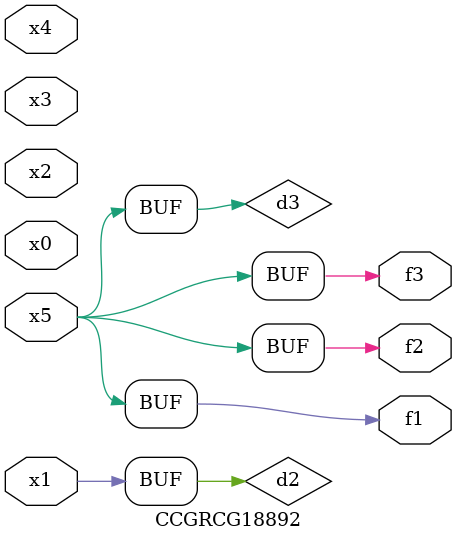
<source format=v>
module CCGRCG18892(
	input x0, x1, x2, x3, x4, x5,
	output f1, f2, f3
);

	wire d1, d2, d3;

	not (d1, x5);
	or (d2, x1);
	xnor (d3, d1);
	assign f1 = d3;
	assign f2 = d3;
	assign f3 = d3;
endmodule

</source>
